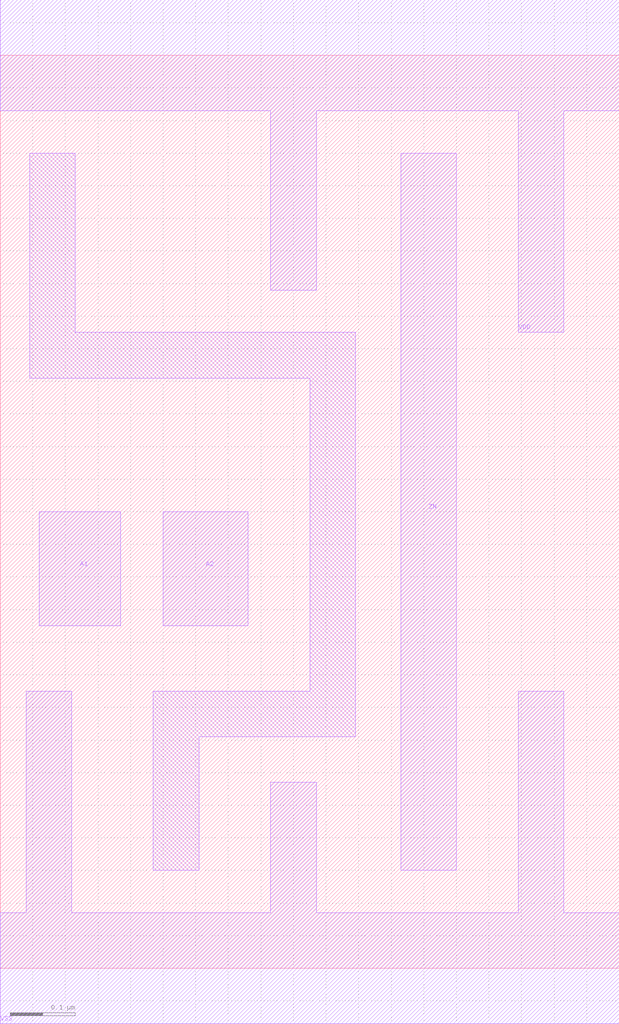
<source format=lef>
# 
# ******************************************************************************
# *                                                                            *
# *                   Copyright (C) 2004-2010, Nangate Inc.                    *
# *                           All rights reserved.                             *
# *                                                                            *
# * Nangate and the Nangate logo are trademarks of Nangate Inc.                *
# *                                                                            *
# * All trademarks, logos, software marks, and trade names (collectively the   *
# * "Marks") in this program are proprietary to Nangate or other respective    *
# * owners that have granted Nangate the right and license to use such Marks.  *
# * You are not permitted to use the Marks without the prior written consent   *
# * of Nangate or such third party that may own the Marks.                     *
# *                                                                            *
# * This file has been provided pursuant to a License Agreement containing     *
# * restrictions on its use. This file contains valuable trade secrets and     *
# * proprietary information of Nangate Inc., and is protected by U.S. and      *
# * international laws and/or treaties.                                        *
# *                                                                            *
# * The copyright notice(s) in this file does not indicate actual or intended  *
# * publication of this file.                                                  *
# *                                                                            *
# *     NGLibraryCreator, v2010.08-HR32-SP3-2010-08-05 - build 1009061800      *
# *                                                                            *
# ******************************************************************************
# 
# 
# Running on brazil06.nangate.com.br for user Giancarlo Franciscatto (gfr).
# Local time is now Fri, 3 Dec 2010, 19:32:18.
# Main process id is 27821.

VERSION 5.6 ;
BUSBITCHARS "[]" ;
DIVIDERCHAR "/" ;

MACRO OR2_X2
  CLASS core ;
  FOREIGN OR2_X2 0.0 0.0 ;
  ORIGIN 0 0 ;
  SYMMETRY X Y ;
  SITE FreePDK45_38x28_10R_NP_162NW_34O ;
  SIZE 0.95 BY 1.4 ;
  PIN A1
    DIRECTION INPUT ;
    ANTENNAPARTIALMETALAREA 0.021875 LAYER metal1 ;
    ANTENNAPARTIALMETALSIDEAREA 0.078 LAYER metal1 ;
    ANTENNAGATEAREA 0.05225 ;
    PORT
      LAYER metal1 ;
        POLYGON 0.06 0.525 0.185 0.525 0.185 0.7 0.06 0.7  ;
    END
  END A1
  PIN A2
    DIRECTION INPUT ;
    ANTENNAPARTIALMETALAREA 0.02275 LAYER metal1 ;
    ANTENNAPARTIALMETALSIDEAREA 0.0793 LAYER metal1 ;
    ANTENNAGATEAREA 0.05225 ;
    PORT
      LAYER metal1 ;
        POLYGON 0.25 0.525 0.38 0.525 0.38 0.7 0.25 0.7  ;
    END
  END A2
  PIN ZN
    DIRECTION OUTPUT ;
    ANTENNAPARTIALMETALAREA 0.0935 LAYER metal1 ;
    ANTENNAPARTIALMETALSIDEAREA 0.3081 LAYER metal1 ;
    ANTENNADIFFAREA 0.1463 ;
    PORT
      LAYER metal1 ;
        POLYGON 0.615 0.15 0.7 0.15 0.7 1.25 0.615 1.25  ;
    END
  END ZN
  PIN VDD
    DIRECTION INOUT ;
    USE power ;
    SHAPE ABUTMENT ;
    PORT
      LAYER metal1 ;
        POLYGON 0 1.315 0.415 1.315 0.415 1.04 0.485 1.04 0.485 1.315 0.545 1.315 0.795 1.315 0.795 0.975 0.865 0.975 0.865 1.315 0.95 1.315 0.95 1.485 0.545 1.485 0 1.485  ;
    END
  END VDD
  PIN VSS
    DIRECTION INOUT ;
    USE ground ;
    SHAPE ABUTMENT ;
    PORT
      LAYER metal1 ;
        POLYGON 0 -0.085 0.95 -0.085 0.95 0.085 0.865 0.085 0.865 0.425 0.795 0.425 0.795 0.085 0.485 0.085 0.485 0.285 0.415 0.285 0.415 0.085 0.11 0.085 0.11 0.425 0.04 0.425 0.04 0.085 0 0.085  ;
    END
  END VSS
  OBS
      LAYER metal1 ;
        POLYGON 0.045 0.905 0.475 0.905 0.475 0.425 0.235 0.425 0.235 0.15 0.305 0.15 0.305 0.355 0.545 0.355 0.545 0.975 0.115 0.975 0.115 1.25 0.045 1.25  ;
  END
END OR2_X2

END LIBRARY
#
# End of file
#

</source>
